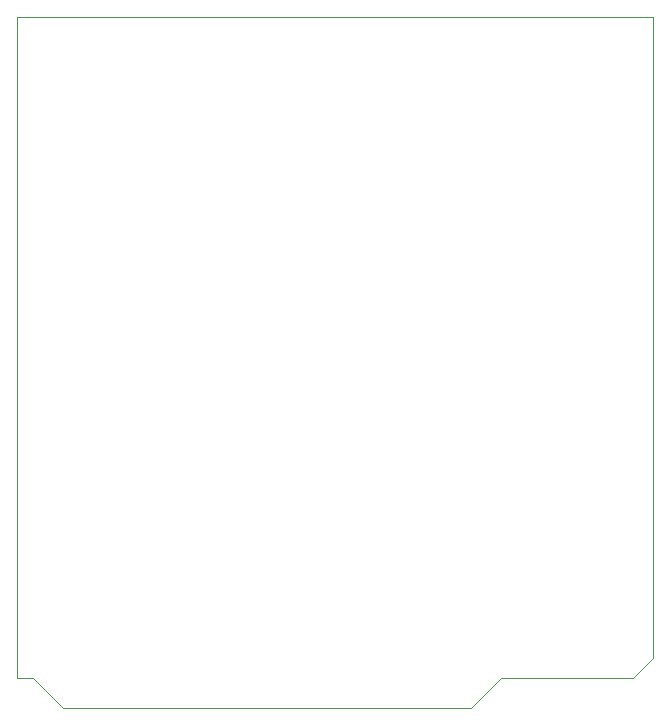
<source format=gm1>
G04 #@! TF.GenerationSoftware,KiCad,Pcbnew,7.0.0*
G04 #@! TF.CreationDate,2023-02-28T23:45:34-08:00*
G04 #@! TF.ProjectId,KYBERNETES-CHASSIS-SHIELD,4b594245-524e-4455-9445-532d43484153,rev?*
G04 #@! TF.SameCoordinates,Original*
G04 #@! TF.FileFunction,Profile,NP*
%FSLAX46Y46*%
G04 Gerber Fmt 4.6, Leading zero omitted, Abs format (unit mm)*
G04 Created by KiCad (PCBNEW 7.0.0) date 2023-02-28 23:45:34*
%MOMM*%
%LPD*%
G01*
G04 APERTURE LIST*
G04 #@! TA.AperFunction,Profile*
%ADD10C,0.100000*%
G04 #@! TD*
G04 APERTURE END LIST*
D10*
X178725000Y-127525000D02*
X177075000Y-129175000D01*
X128675000Y-131575000D02*
X126275000Y-129175000D01*
X178725000Y-73250000D02*
X178725000Y-127525000D01*
X163350000Y-131725000D02*
X128825000Y-131725000D01*
X124875000Y-73250000D02*
X178725000Y-73250000D01*
X177075000Y-129175000D02*
X165900000Y-129175000D01*
X128825000Y-131725000D02*
X128675000Y-131575000D01*
X165900000Y-129175000D02*
X163350000Y-131725000D01*
X126275000Y-129175000D02*
X124875000Y-129175000D01*
X124875000Y-73250000D02*
X124875000Y-129175000D01*
M02*

</source>
